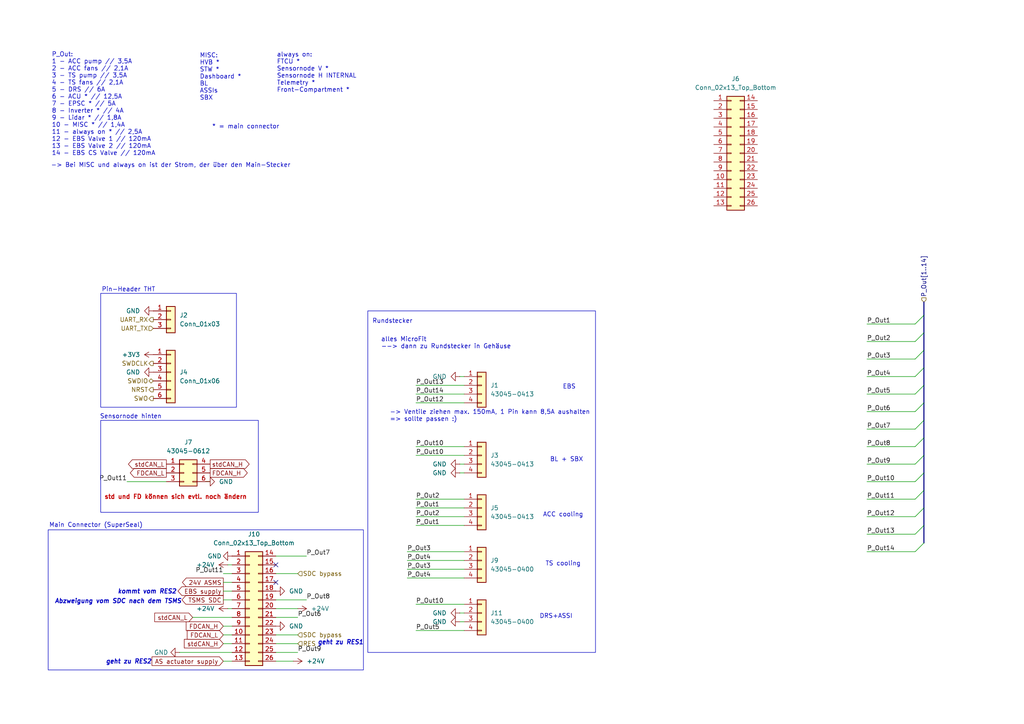
<source format=kicad_sch>
(kicad_sch (version 20250114) (generator "eeschema") (generator_version "9.0")
  (paper "A4")
  (title_block (title "PDU FT26") (date "2025-01-15") (rev "V1.2") (company "Jonas Urban") (comment 1 "FaSTTUBe Electronics"))
  (lib_symbols
    (symbol "Connector_Generic:Conn_01x03" (pin_names (offset 1.016) (hide yes))
      (property "Reference" "J" (at 0 5.08 0))
      (property "Value" "Conn_01x03" (at 0 -5.08 0))
      (symbol "Conn_01x03_1_1"
        (rectangle (start -1.27 3.81) (end 1.27 -3.81) (stroke (width 0.254)) (fill (type background)))
        (rectangle (start -1.27 2.667) (end 0 2.413) (stroke (width 0.1524)))
        (rectangle (start -1.27 0.127) (end 0 -0.127) (stroke (width 0.1524)))
        (rectangle (start -1.27 -2.413) (end 0 -2.667) (stroke (width 0.1524)))
        (pin passive line (at -5.08 2.54 0) (length 3.81) (name "Pin_1") (number "1"))
        (pin passive line (at -5.08 0 0) (length 3.81) (name "Pin_2") (number "2"))
        (pin passive line (at -5.08 -2.54 0) (length 3.81) (name "Pin_3") (number "3"))
      )
    )
    (symbol "Connector_Generic:Conn_01x04" (pin_names (offset 1.016) (hide yes))
      (property "Reference" "J" (at 0 5.08 0))
      (property "Value" "Conn_01x04" (at 0 -7.62 0))
      (symbol "Conn_01x04_1_1"
        (rectangle (start -1.27 3.81) (end 1.27 -6.35) (stroke (width 0.254)) (fill (type background)))
        (rectangle (start -1.27 2.667) (end 0 2.413) (stroke (width 0.1524)))
        (rectangle (start -1.27 0.127) (end 0 -0.127) (stroke (width 0.1524)))
        (rectangle (start -1.27 -2.413) (end 0 -2.667) (stroke (width 0.1524)))
        (rectangle (start -1.27 -4.953) (end 0 -5.207) (stroke (width 0.1524)))
        (pin passive line (at -5.08 2.54 0) (length 3.81) (name "Pin_1") (number "1"))
        (pin passive line (at -5.08 0 0) (length 3.81) (name "Pin_2") (number "2"))
        (pin passive line (at -5.08 -2.54 0) (length 3.81) (name "Pin_3") (number "3"))
        (pin passive line (at -5.08 -5.08 0) (length 3.81) (name "Pin_4") (number "4"))
      )
    )
    (symbol "Connector_Generic:Conn_01x06" (pin_names (offset 1.016) (hide yes))
      (property "Reference" "J" (at 0 7.62 0))
      (property "Value" "Conn_01x06" (at 0 -10.16 0))
      (symbol "Conn_01x06_1_1"
        (rectangle (start -1.27 6.35) (end 1.27 -8.89) (stroke (width 0.254)) (fill (type background)))
        (rectangle (start -1.27 5.207) (end 0 4.953) (stroke (width 0.1524)))
        (rectangle (start -1.27 2.667) (end 0 2.413) (stroke (width 0.1524)))
        (rectangle (start -1.27 0.127) (end 0 -0.127) (stroke (width 0.1524)))
        (rectangle (start -1.27 -2.413) (end 0 -2.667) (stroke (width 0.1524)))
        (rectangle (start -1.27 -4.953) (end 0 -5.207) (stroke (width 0.1524)))
        (rectangle (start -1.27 -7.493) (end 0 -7.747) (stroke (width 0.1524)))
        (pin passive line (at -5.08 5.08 0) (length 3.81) (name "Pin_1") (number "1"))
        (pin passive line (at -5.08 2.54 0) (length 3.81) (name "Pin_2") (number "2"))
        (pin passive line (at -5.08 0 0) (length 3.81) (name "Pin_3") (number "3"))
        (pin passive line (at -5.08 -2.54 0) (length 3.81) (name "Pin_4") (number "4"))
        (pin passive line (at -5.08 -5.08 0) (length 3.81) (name "Pin_5") (number "5"))
        (pin passive line (at -5.08 -7.62 0) (length 3.81) (name "Pin_6") (number "6"))
      )
    )
    (symbol "Connector_Generic:Conn_02x03_Top_Bottom" (pin_names (offset 1.016) (hide yes))
      (property "Reference" "J" (at 1.27 5.08 0))
      (property "Value" "Conn_02x03_Top_Bottom" (at 1.27 -5.08 0))
      (symbol "Conn_02x03_Top_Bottom_1_1"
        (rectangle (start -1.27 3.81) (end 3.81 -3.81) (stroke (width 0.254)) (fill (type background)))
        (rectangle (start -1.27 2.667) (end 0 2.413) (stroke (width 0.1524)))
        (rectangle (start -1.27 0.127) (end 0 -0.127) (stroke (width 0.1524)))
        (rectangle (start -1.27 -2.413) (end 0 -2.667) (stroke (width 0.1524)))
        (rectangle (start 3.81 2.667) (end 2.54 2.413) (stroke (width 0.1524)))
        (rectangle (start 3.81 0.127) (end 2.54 -0.127) (stroke (width 0.1524)))
        (rectangle (start 3.81 -2.413) (end 2.54 -2.667) (stroke (width 0.1524)))
        (pin passive line (at -5.08 2.54 0) (length 3.81) (name "Pin_1") (number "1"))
        (pin passive line (at -5.08 0 0) (length 3.81) (name "Pin_2") (number "2"))
        (pin passive line (at -5.08 -2.54 0) (length 3.81) (name "Pin_3") (number "3"))
        (pin passive line (at 7.62 2.54 180) (length 3.81) (name "Pin_4") (number "4"))
        (pin passive line (at 7.62 0 180) (length 3.81) (name "Pin_5") (number "5"))
        (pin passive line (at 7.62 -2.54 180) (length 3.81) (name "Pin_6") (number "6"))
      )
    )
    (symbol "Connector_Generic:Conn_02x13_Top_Bottom" (pin_names (offset 1.016) (hide yes))
      (property "Reference" "J" (at 1.27 17.78 0))
      (property "Value" "Conn_02x13_Top_Bottom" (at 1.27 -17.78 0))
      (symbol "Conn_02x13_Top_Bottom_1_1"
        (rectangle (start -1.27 16.51) (end 3.81 -16.51) (stroke (width 0.254)) (fill (type background)))
        (rectangle (start -1.27 15.367) (end 0 15.113) (stroke (width 0.1524)))
        (rectangle (start -1.27 12.827) (end 0 12.573) (stroke (width 0.1524)))
        (rectangle (start -1.27 10.287) (end 0 10.033) (stroke (width 0.1524)))
        (rectangle (start -1.27 7.747) (end 0 7.493) (stroke (width 0.1524)))
        (rectangle (start -1.27 5.207) (end 0 4.953) (stroke (width 0.1524)))
        (rectangle (start -1.27 2.667) (end 0 2.413) (stroke (width 0.1524)))
        (rectangle (start -1.27 0.127) (end 0 -0.127) (stroke (width 0.1524)))
        (rectangle (start -1.27 -2.413) (end 0 -2.667) (stroke (width 0.1524)))
        (rectangle (start -1.27 -4.953) (end 0 -5.207) (stroke (width 0.1524)))
        (rectangle (start -1.27 -7.493) (end 0 -7.747) (stroke (width 0.1524)))
        (rectangle (start -1.27 -10.033) (end 0 -10.287) (stroke (width 0.1524)))
        (rectangle (start -1.27 -12.573) (end 0 -12.827) (stroke (width 0.1524)))
        (rectangle (start -1.27 -15.113) (end 0 -15.367) (stroke (width 0.1524)))
        (rectangle (start 3.81 15.367) (end 2.54 15.113) (stroke (width 0.1524)))
        (rectangle (start 3.81 12.827) (end 2.54 12.573) (stroke (width 0.1524)))
        (rectangle (start 3.81 10.287) (end 2.54 10.033) (stroke (width 0.1524)))
        (rectangle (start 3.81 7.747) (end 2.54 7.493) (stroke (width 0.1524)))
        (rectangle (start 3.81 5.207) (end 2.54 4.953) (stroke (width 0.1524)))
        (rectangle (start 3.81 2.667) (end 2.54 2.413) (stroke (width 0.1524)))
        (rectangle (start 3.81 0.127) (end 2.54 -0.127) (stroke (width 0.1524)))
        (rectangle (start 3.81 -2.413) (end 2.54 -2.667) (stroke (width 0.1524)))
        (rectangle (start 3.81 -4.953) (end 2.54 -5.207) (stroke (width 0.1524)))
        (rectangle (start 3.81 -7.493) (end 2.54 -7.747) (stroke (width 0.1524)))
        (rectangle (start 3.81 -10.033) (end 2.54 -10.287) (stroke (width 0.1524)))
        (rectangle (start 3.81 -12.573) (end 2.54 -12.827) (stroke (width 0.1524)))
        (rectangle (start 3.81 -15.113) (end 2.54 -15.367) (stroke (width 0.1524)))
        (pin passive line (at -5.08 15.24 0) (length 3.81) (name "Pin_1") (number "1"))
        (pin passive line (at -5.08 12.7 0) (length 3.81) (name "Pin_2") (number "2"))
        (pin passive line (at -5.08 10.16 0) (length 3.81) (name "Pin_3") (number "3"))
        (pin passive line (at -5.08 7.62 0) (length 3.81) (name "Pin_4") (number "4"))
        (pin passive line (at -5.08 5.08 0) (length 3.81) (name "Pin_5") (number "5"))
        (pin passive line (at -5.08 2.54 0) (length 3.81) (name "Pin_6") (number "6"))
        (pin passive line (at -5.08 0 0) (length 3.81) (name "Pin_7") (number "7"))
        (pin passive line (at -5.08 -2.54 0) (length 3.81) (name "Pin_8") (number "8"))
        (pin passive line (at -5.08 -5.08 0) (length 3.81) (name "Pin_9") (number "9"))
        (pin passive line (at -5.08 -7.62 0) (length 3.81) (name "Pin_10") (number "10"))
        (pin passive line (at -5.08 -10.16 0) (length 3.81) (name "Pin_11") (number "11"))
        (pin passive line (at -5.08 -12.7 0) (length 3.81) (name "Pin_12") (number "12"))
        (pin passive line (at -5.08 -15.24 0) (length 3.81) (name "Pin_13") (number "13"))
        (pin passive line (at 7.62 15.24 180) (length 3.81) (name "Pin_14") (number "14"))
        (pin passive line (at 7.62 12.7 180) (length 3.81) (name "Pin_15") (number "15"))
        (pin passive line (at 7.62 10.16 180) (length 3.81) (name "Pin_16") (number "16"))
        (pin passive line (at 7.62 7.62 180) (length 3.81) (name "Pin_17") (number "17"))
        (pin passive line (at 7.62 5.08 180) (length 3.81) (name "Pin_18") (number "18"))
        (pin passive line (at 7.62 2.54 180) (length 3.81) (name "Pin_19") (number "19"))
        (pin passive line (at 7.62 0 180) (length 3.81) (name "Pin_20") (number "20"))
        (pin passive line (at 7.62 -2.54 180) (length 3.81) (name "Pin_21") (number "21"))
        (pin passive line (at 7.62 -5.08 180) (length 3.81) (name "Pin_22") (number "22"))
        (pin passive line (at 7.62 -7.62 180) (length 3.81) (name "Pin_23") (number "23"))
        (pin passive line (at 7.62 -10.16 180) (length 3.81) (name "Pin_24") (number "24"))
        (pin passive line (at 7.62 -12.7 180) (length 3.81) (name "Pin_25") (number "25"))
        (pin passive line (at 7.62 -15.24 180) (length 3.81) (name "Pin_26") (number "26"))
      )
    )
    (symbol "power:+24V" (power) (pin_numbers (hide yes)) (pin_names (offset 0) (hide yes))
      (property "Value" "+24V" (at 0 3.556 0))
      (symbol "+24V_0_1"
        (polyline (pts (xy -0.762 1.27) (xy 0 2.54)))
        (polyline (pts (xy 0 2.54) (xy 0.762 1.27)))
        (polyline (pts (xy 0 0) (xy 0 2.54)))
      )
      (symbol "+24V_1_1"
        (pin power_in line (at 0 0 90) (length 0) (name "~") (number "1"))
      )
    )
    (symbol "power:+3.3V" (power) (pin_numbers (hide yes)) (pin_names (offset 0) (hide yes))
      (property "Value" "+3.3V" (at 0 3.556 0))
      (symbol "+3.3V_0_1"
        (polyline (pts (xy -0.762 1.27) (xy 0 2.54)))
        (polyline (pts (xy 0 2.54) (xy 0.762 1.27)))
        (polyline (pts (xy 0 0) (xy 0 2.54)))
      )
      (symbol "+3.3V_1_1"
        (pin power_in line (at 0 0 90) (length 0) (name "~") (number "1"))
      )
    )
    (symbol "power:GND" (power) (pin_numbers (hide yes)) (pin_names (offset 0) (hide yes))
      (property "Value" "GND" (at 0 -3.81 0))
      (symbol "GND_0_1"
        (polyline (pts (xy 0 0) (xy 0 -1.27) (xy 1.27 -1.27) (xy 0 -2.54) (xy -1.27 -1.27) (xy 0 -1.27)))
      )
      (symbol "GND_1_1"
        (pin power_in line (at 0 0 270) (length 0) (name "~") (number "1"))
      )
    )
  )
  (rectangle (start 29.21 85.09) (end 68.58 118.11))
  (rectangle (start 106.68 90.17) (end 172.72 189.23))
  (rectangle (start 13.97 153.67) (end 105.41 194.31))
  (rectangle (start 29.21 121.92) (end 74.93 148.59))
  (text "* = main connector" (at 61.468 36.83 0) (effects (font (size 1.27 1.27)) (justify left)))
  (text "DRS+ASSI" (at 161.29 178.816 0) (effects (font (size 1.27 1.27))))
  (text "Pin-Header THT" (at 29.464 84.074 0) (effects (font (size 1.27 1.27)) (justify left)))
  (text "kommt vom RES2" (at 42.672 171.704 0) (effects (font (size 1.27 1.27) (thickness 0.254) (bold yes) (italic yes))))
  (text "Abzweigung vom SDC nach dem TSMS" (at 34.29 174.498 0) (effects (font (size 1.27 1.27) (thickness 0.254) (bold yes) (italic yes))))
  (text "alles MicroFit\n--> dann zu Rundstecker in Gehäuse" (at 110.49 99.568 0) (effects (font (size 1.27 1.27) (thickness 0.1588)) (justify left)))
  (text "Sensornode hinten" (at 28.956 120.904 0) (effects (font (size 1.27 1.27)) (justify left)))
  (text "Rundstecker" (at 107.95 93.218 0) (effects (font (size 1.27 1.27)) (justify left)))
  (text "Main Connector (SuperSeal)" (at 14.224 152.4 0) (effects (font (size 1.27 1.27)) (justify left)))
  (text "-> Ventile ziehen max. 150mA, 1 Pin kann 8,5A aushalten \n=> sollte passen :)" (at 113.03 120.65 0) (effects (font (size 1.27 1.27)) (justify left)))
  (text "EBS" (at 165.1 112.268 0) (effects (font (size 1.27 1.27))))
  (text "MISC:\nHVB *\nSTW *\nDashboard *\nBL\nASSIs\nSBX" (at 57.912 22.352 0) (effects (font (size 1.27 1.27)) (justify left)))
  (text "-> Bei MISC und always on ist der Strom, der über den Main-Stecker" (at 49.53 48.006 0) (effects (font (size 1.27 1.27))))
  (text "TS cooling" (at 163.322 163.576 0) (effects (font (size 1.27 1.27))))
  (text "std und FD können sich evtl. noch ändern" (at 30.226 144.272 0) (effects (font (size 1.27 1.27) (thickness 0.254) (bold yes)) (justify left)))
  (text "geht zu RES2" (at 37.338 192.024 0) (effects (font (size 1.27 1.27) (thickness 0.254) (bold yes) (italic yes))))
  (text "P_Out:\n1 - ACC pump // 3,5A\n2 - ACC fans // 2,1A\n3 - TS pump // 3,5A\n4 - TS fans // 2,1A\n5 - DRS // 6A\n6 - ACU * // 12,5A\n7 - EPSC * // 5A\n8 - Inverter * // 4A\n9 - Lidar * // 1,8A\n10 - MISC * // 1,4A\n11 - always on * // 2,5A\n12 - EBS Valve 1 // 120mA\n13 - EBS Valve 2 // 120mA\n14 - EBS CS Valve // 120mA" (at 14.986 30.226 0) (effects (font (size 1.27 1.27)) (justify left)))
  (text "BL + SBX" (at 164.338 133.35 0) (effects (font (size 1.27 1.27))))
  (text "geht zu RES1" (at 98.806 186.436 0) (effects (font (size 1.27 1.27) (thickness 0.254) (bold yes) (italic yes))))
  (text "ACC cooling" (at 163.322 149.352 0) (effects (font (size 1.27 1.27))))
  (text "always on:\nFTCU *\nSensornode V *\nSensornode H INTERNAL\nTelemetry * \nFront-Compartment *" (at 80.264 21.082 0) (effects (font (size 1.27 1.27)) (justify left)))
  (no_connect (at 80.01 163.83))
  (no_connect (at 80.01 168.91))
  (bus_entry (at 265.43 109.22) (size 2.54 -2.54))
  (bus_entry (at 265.43 99.06) (size 2.54 -2.54))
  (bus_entry (at 265.43 160.02) (size 2.54 -2.54))
  (bus_entry (at 265.43 129.54) (size 2.54 -2.54))
  (bus_entry (at 265.43 134.62) (size 2.54 -2.54))
  (bus_entry (at 265.43 119.38) (size 2.54 -2.54))
  (bus_entry (at 265.43 93.98) (size 2.54 -2.54))
  (bus_entry (at 265.43 114.3) (size 2.54 -2.54))
  (bus_entry (at 265.43 139.7) (size 2.54 -2.54))
  (bus_entry (at 265.43 149.86) (size 2.54 -2.54))
  (bus_entry (at 265.43 104.14) (size 2.54 -2.54))
  (bus_entry (at 265.43 144.78) (size 2.54 -2.54))
  (bus_entry (at 265.43 154.94) (size 2.54 -2.54))
  (bus_entry (at 265.43 124.46) (size 2.54 -2.54))
  (wire (pts (xy 251.46 149.86) (xy 265.43 149.86)))
  (wire (pts (xy 120.65 144.78) (xy 134.62 144.78)))
  (bus (pts (xy 267.97 142.24) (xy 267.97 147.32)))
  (bus (pts (xy 267.97 121.92) (xy 267.97 127)))
  (wire (pts (xy 120.65 111.76) (xy 134.62 111.76)))
  (wire (pts (xy 251.46 154.94) (xy 265.43 154.94)))
  (wire (pts (xy 85.09 191.77) (xy 80.01 191.77)))
  (wire (pts (xy 64.77 173.99) (xy 67.31 173.99)))
  (wire (pts (xy 120.65 114.3) (xy 134.62 114.3)))
  (bus (pts (xy 267.97 127) (xy 267.97 132.08)))
  (wire (pts (xy 118.11 167.64) (xy 134.62 167.64)))
  (wire (pts (xy 251.46 134.62) (xy 265.43 134.62)))
  (wire (pts (xy 55.88 179.07) (xy 67.31 179.07)))
  (wire (pts (xy 67.31 191.77) (xy 64.77 191.77)))
  (wire (pts (xy 251.46 160.02) (xy 265.43 160.02)))
  (bus (pts (xy 267.97 147.32) (xy 267.97 152.4)))
  (wire (pts (xy 67.31 166.37) (xy 64.77 166.37)))
  (wire (pts (xy 118.11 165.1) (xy 134.62 165.1)))
  (wire (pts (xy 251.46 129.54) (xy 265.43 129.54)))
  (wire (pts (xy 52.07 189.23) (xy 67.31 189.23)))
  (bus (pts (xy 267.97 116.84) (xy 267.97 121.92)))
  (wire (pts (xy 251.46 139.7) (xy 265.43 139.7)))
  (wire (pts (xy 251.46 119.38) (xy 265.43 119.38)))
  (wire (pts (xy 251.46 114.3) (xy 265.43 114.3)))
  (wire (pts (xy 86.36 176.53) (xy 80.01 176.53)))
  (bus (pts (xy 267.97 101.6) (xy 267.97 106.68)))
  (wire (pts (xy 251.46 99.06) (xy 265.43 99.06)))
  (wire (pts (xy 251.46 124.46) (xy 265.43 124.46)))
  (bus (pts (xy 267.97 137.16) (xy 267.97 142.24)))
  (bus (pts (xy 267.97 111.76) (xy 267.97 116.84)))
  (wire (pts (xy 133.35 134.62) (xy 134.62 134.62)))
  (wire (pts (xy 80.01 184.15) (xy 86.36 184.15)))
  (wire (pts (xy 120.65 147.32) (xy 134.62 147.32)))
  (wire (pts (xy 251.46 109.22) (xy 265.43 109.22)))
  (wire (pts (xy 120.65 149.86) (xy 134.62 149.86)))
  (wire (pts (xy 120.65 175.26) (xy 134.62 175.26)))
  (wire (pts (xy 66.04 176.53) (xy 67.31 176.53)))
  (wire (pts (xy 64.77 171.45) (xy 67.31 171.45)))
  (wire (pts (xy 118.11 162.56) (xy 134.62 162.56)))
  (bus (pts (xy 267.97 87.63) (xy 267.97 91.44)))
  (bus (pts (xy 267.97 152.4) (xy 267.97 157.48)))
  (bus (pts (xy 267.97 91.44) (xy 267.97 96.52)))
  (wire (pts (xy 251.46 104.14) (xy 265.43 104.14)))
  (wire (pts (xy 133.35 177.8) (xy 134.62 177.8)))
  (wire (pts (xy 134.62 132.08) (xy 120.65 132.08)))
  (wire (pts (xy 80.01 161.29) (xy 88.9 161.29)))
  (bus (pts (xy 267.97 96.52) (xy 267.97 101.6)))
  (wire (pts (xy 133.35 180.34) (xy 134.62 180.34)))
  (wire (pts (xy 120.65 152.4) (xy 134.62 152.4)))
  (wire (pts (xy 36.83 139.7) (xy 48.26 139.7)))
  (wire (pts (xy 64.77 168.91) (xy 67.31 168.91)))
  (wire (pts (xy 64.77 186.69) (xy 67.31 186.69)))
  (wire (pts (xy 80.01 179.07) (xy 86.36 179.07)))
  (bus (pts (xy 267.97 106.68) (xy 267.97 111.76)))
  (wire (pts (xy 251.46 144.78) (xy 265.43 144.78)))
  (wire (pts (xy 66.04 163.83) (xy 67.31 163.83)))
  (wire (pts (xy 80.01 189.23) (xy 86.36 189.23)))
  (wire (pts (xy 64.77 184.15) (xy 67.31 184.15)))
  (wire (pts (xy 80.01 166.37) (xy 86.36 166.37)))
  (wire (pts (xy 120.65 129.54) (xy 134.62 129.54)))
  (bus (pts (xy 267.97 132.08) (xy 267.97 137.16)))
  (wire (pts (xy 120.65 182.88) (xy 134.62 182.88)))
  (wire (pts (xy 80.01 173.99) (xy 88.9 173.99)))
  (wire (pts (xy 133.35 109.22) (xy 134.62 109.22)))
  (wire (pts (xy 133.35 137.16) (xy 134.62 137.16)))
  (wire (pts (xy 251.46 93.98) (xy 265.43 93.98)))
  (wire (pts (xy 80.01 186.69) (xy 86.36 186.69)))
  (wire (pts (xy 120.65 116.84) (xy 134.62 116.84)))
  (wire (pts (xy 118.11 160.02) (xy 134.62 160.02)))
  (wire (pts (xy 64.77 181.61) (xy 67.31 181.61)))
  (wire (pts (xy 59.69 139.7) (xy 60.96 139.7)))
  (label "P_Out10" (at 251.46 139.7 0))
  (label "P_Out7" (at 88.9 161.29 0))
  (label "P_Out3" (at 251.46 104.14 0))
  (label "P_Out1" (at 251.46 93.98 0))
  (label "P_Out8" (at 251.46 129.54 0))
  (label "P_Out13" (at 251.46 154.94 0))
  (label "P_Out5" (at 120.65 182.88 0))
  (label "P_Out1" (at 120.65 147.32 0))
  (label "P_Out9" (at 251.46 134.62 0))
  (label "P_Out10" (at 120.65 129.54 0))
  (label "P_Out11" (at 251.46 144.78 0))
  (label "P_Out5" (at 251.46 114.3 0))
  (label "P_Out3" (at 118.11 165.1 0))
  (label "P_Out9" (at 86.36 189.23 0))
  (label "P_Out1" (at 120.65 152.4 0))
  (label "P_Out12" (at 251.46 149.86 0))
  (label "P_Out2" (at 251.46 99.06 0))
  (label "P_Out12" (at 120.65 116.84 0))
  (label "P_Out11" (at 36.83 139.7 180))
  (label "P_Out8" (at 88.9 173.99 0))
  (label "P_Out11" (at 64.77 166.37 180))
  (label "P_Out4" (at 118.11 162.56 0))
  (label "P_Out14" (at 120.65 114.3 0))
  (label "P_Out4" (at 118.11 167.64 0))
  (label "P_Out6" (at 86.36 179.07 0))
  (label "P_Out7" (at 251.46 124.46 0))
  (label "P_Out2" (at 120.65 144.78 0))
  (label "P_Out10" (at 120.65 132.08 0))
  (label "P_Out10" (at 120.65 175.26 0))
  (label "P_Out3" (at 118.11 160.02 0))
  (label "P_Out2" (at 120.65 149.86 0))
  (label "P_Out13" (at 120.65 111.76 0))
  (label "P_Out14" (at 251.46 160.02 0))
  (label "P_Out4" (at 251.46 109.22 0))
  (label "P_Out6" (at 251.46 119.38 0))
  (global_label "TSMS SDC" (shape output) (at 64.77 173.99 180) (property "Intersheetrefs" "${INTERSHEET_REFS}" (effects (hide yes))))
  (global_label "stdCAN_H" (shape output) (at 60.96 134.62 0) (property "Intersheetrefs" "${INTERSHEET_REFS}" (effects (hide yes))))
  (global_label "FDCAN_H" (shape output) (at 60.96 137.16 0) (property "Intersheetrefs" "${INTERSHEET_REFS}" (effects (hide yes))))
  (global_label "stdCAN_L" (shape input) (at 55.88 179.07 180) (property "Intersheetrefs" "${INTERSHEET_REFS}" (effects (hide yes))))
  (global_label "FDCAN_L" (shape output) (at 48.26 137.16 180) (property "Intersheetrefs" "${INTERSHEET_REFS}" (effects (hide yes))))
  (global_label "FDCAN_L" (shape input) (at 64.77 184.15 180) (property "Intersheetrefs" "${INTERSHEET_REFS}" (effects (hide yes))))
  (global_label "stdCAN_H" (shape input) (at 64.77 186.69 180) (property "Intersheetrefs" "${INTERSHEET_REFS}" (effects (hide yes))))
  (global_label "EBS supply" (shape output) (at 64.77 171.45 180) (property "Intersheetrefs" "${INTERSHEET_REFS}" (effects (hide yes))))
  (global_label "24V ASMS" (shape output) (at 64.77 168.91 180) (property "Intersheetrefs" "${INTERSHEET_REFS}" (effects (hide yes))))
  (global_label "stdCAN_L" (shape output) (at 48.26 134.62 180) (property "Intersheetrefs" "${INTERSHEET_REFS}" (effects (hide yes))))
  (global_label "FDCAN_H" (shape input) (at 64.77 181.61 180) (property "Intersheetrefs" "${INTERSHEET_REFS}" (effects (hide yes))))
  (global_label "AS actuator supply" (shape input) (at 64.77 191.77 180) (property "Intersheetrefs" "${INTERSHEET_REFS}" (effects (hide yes))))
  (hierarchical_label "P_Out[1..14]" (shape input) (at 267.97 87.63 90) (effects (font (thickness 0.1588))))
  (hierarchical_label "SWDIO" (shape bidirectional) (at 44.45 110.49 180) (effects (font (thickness 0.1588))))
  (hierarchical_label "SWO" (shape output) (at 44.45 115.57 180))
  (hierarchical_label "RES" (shape input) (at 86.36 186.69 0))
  (hierarchical_label "UART_TX" (shape input) (at 44.45 95.25 180))
  (hierarchical_label "SDC bypass" (shape input) (at 86.36 166.37 0))
  (hierarchical_label "NRST" (shape output) (at 44.45 113.03 180) (effects (font (thickness 0.1588))))
  (hierarchical_label "SWDCLK" (shape output) (at 44.45 105.41 180))
  (hierarchical_label "UART_RX" (shape output) (at 44.45 92.71 180))
  (hierarchical_label "SDC bypass" (shape input) (at 86.36 184.15 0))
  (symbol (lib_id "Connector_Generic:Conn_01x04") (at 139.7 111.76 0) (unit 1)
    (property "Reference" "J1" (at 142.24 111.7599 0) (effects (justify left)))
    (property "Value" "43045-0413" (at 142.24 114.2999 0) (effects (justify left)))
    (property "Footprint" "Connector_Molex:Molex_Micro-Fit_3.0_43045-0412_2x02_P3.00mm_Vertical" (effects (hide yes)))
    (property "Description" "Generic connector, single row, 01x04, script generated (kicad-library-utils/schlib/autogen/connector/)" (effects (hide yes)))
  )
  (symbol (lib_id "power:GND") (at 133.35 177.8 270) (mirror x) (unit 1)
    (property "Reference" "#PWR0215" (effects (hide yes)))
    (property "Value" "GND" (at 129.54 177.7999 90) (effects (justify right)))
    (property "Description" "Power symbol creates a global label with name \"GND\" , ground" (effects (hide yes)))
  )
  (symbol (lib_id "power:+3.3V") (at 44.45 102.87 90) (unit 1)
    (property "Reference" "#PWR035" (effects (hide yes)))
    (property "Value" "+3V3" (at 40.64 102.8699 90) (effects (justify left)))
    (property "Description" "Power symbol creates a global label with name \"+3.3V\"" (effects (hide yes)))
  )
  (symbol (lib_id "power:GND") (at 133.35 180.34 270) (unit 1)
    (property "Reference" "#PWR0214" (effects (hide yes)))
    (property "Value" "GND" (at 129.54 180.3401 90) (effects (justify right)))
    (property "Description" "Power symbol creates a global label with name \"GND\" , ground" (effects (hide yes)))
  )
  (symbol (lib_id "power:GND") (at 133.35 134.62 270) (mirror x) (unit 1)
    (property "Reference" "#PWR0221" (effects (hide yes)))
    (property "Value" "GND" (at 129.54 134.6199 90) (effects (justify right)))
    (property "Description" "Power symbol creates a global label with name \"GND\" , ground" (effects (hide yes)))
  )
  (symbol (lib_id "power:+24V") (at 66.04 176.53 90) (mirror x) (unit 1)
    (property "Reference" "#PWR0196" (effects (hide yes)))
    (property "Value" "+24V" (at 62.23 176.5301 90) (effects (justify left)))
    (property "Description" "Power symbol creates a global label with name \"+24V\"" (effects (hide yes)))
  )
  (symbol (lib_id "power:GND") (at 52.07 189.23 270) (unit 1)
    (property "Reference" "#PWR045" (effects (hide yes)))
    (property "Value" "GND" (at 46.736 189.23 90))
    (property "Description" "Power symbol creates a global label with name \"GND\" , ground" (effects (hide yes)))
  )
  (symbol (lib_id "power:GND") (at 44.45 90.17 270) (unit 1)
    (property "Reference" "#PWR034" (effects (hide yes)))
    (property "Value" "GND" (at 40.64 90.1699 90) (effects (justify right)))
    (property "Description" "Power symbol creates a global label with name \"GND\" , ground" (effects (hide yes)))
  )
  (symbol (lib_id "Connector_Generic:Conn_01x04") (at 139.7 132.08 0) (unit 1)
    (property "Reference" "J3" (at 142.24 132.0799 0) (effects (justify left)))
    (property "Value" "43045-0413" (at 142.24 134.6199 0) (effects (justify left)))
    (property "Footprint" "Connector_Molex:Molex_Micro-Fit_3.0_43045-0412_2x02_P3.00mm_Vertical" (effects (hide yes)))
    (property "Description" "Generic connector, single row, 01x04, script generated (kicad-library-utils/schlib/autogen/connector/)" (effects (hide yes)))
  )
  (symbol (lib_id "power:GND") (at 80.01 171.45 90) (unit 1)
    (property "Reference" "#PWR0213" (effects (hide yes)))
    (property "Value" "GND" (at 83.82 171.4499 90) (effects (justify right)))
    (property "Description" "Power symbol creates a global label with name \"GND\" , ground" (effects (hide yes)))
  )
  (symbol (lib_id "power:GND") (at 80.01 181.61 90) (mirror x) (unit 1)
    (property "Reference" "#PWR0195" (effects (hide yes)))
    (property "Value" "GND" (at 83.82 181.6099 90) (effects (justify right)))
    (property "Description" "Power symbol creates a global label with name \"GND\" , ground" (effects (hide yes)))
  )
  (symbol (lib_id "Connector_Generic:Conn_01x06") (at 49.53 107.95 0) (unit 1)
    (property "Reference" "J4" (at 52.07 107.9499 0) (effects (justify left)))
    (property "Value" "Conn_01x06" (at 52.07 110.4899 0) (effects (justify left)))
    (property "Footprint" "Connector_PinHeader_2.54mm:PinHeader_1x06_P2.54mm_Vertical" (effects (hide yes)))
    (property "Description" "Generic connector, single row, 01x06, script generated (kicad-library-utils/schlib/autogen/connector/)" (effects (hide yes)))
  )
  (symbol (lib_id "power:+24V") (at 85.09 191.77 270) (unit 1)
    (property "Reference" "#PWR044" (effects (hide yes)))
    (property "Value" "+24V" (at 88.9 191.7701 90) (effects (justify left)))
    (property "Description" "Power symbol creates a global label with name \"+24V\"" (effects (hide yes)))
  )
  (symbol (lib_id "Connector_Generic:Conn_01x04") (at 139.7 177.8 0) (unit 1)
    (property "Reference" "J11" (at 142.24 177.7999 0) (effects (justify left)))
    (property "Value" "43045-0400" (at 142.24 180.3399 0) (effects (justify left)))
    (property "Footprint" "43045-0400:43045-04_00,01,02,10_" (effects (hide yes)))
    (property "Description" "Generic connector, single row, 01x04, script generated (kicad-library-utils/schlib/autogen/connector/)" (effects (hide yes)))
  )
  (symbol (lib_id "power:+24V") (at 66.04 163.83 90) (unit 1)
    (property "Reference" "#PWR0156" (effects (hide yes)))
    (property "Value" "+24V" (at 62.23 163.8299 90) (effects (justify left)))
    (property "Description" "Power symbol creates a global label with name \"+24V\"" (effects (hide yes)))
  )
  (symbol (lib_id "Connector_Generic:Conn_02x13_Top_Bottom") (at 72.39 176.53 0) (unit 1)
    (property "Reference" "J10" (at 73.66 154.94 0))
    (property "Value" "Conn_02x13_Top_Bottom" (at 73.66 157.48 0))
    (property "Footprint" "6437288-4:64372884" (effects (hide yes)))
    (property "Description" "Generic connector, double row, 02x13, top/bottom pin numbering scheme (row 1: 1...pins_per_row, row2: pins_per_row+1 ... num_pins), script generated (kicad-library-utils/schlib/autogen/connector/)" (effects (hide yes)))
  )
  (symbol (lib_id "power:GND") (at 67.31 161.29 270) (unit 1)
    (property "Reference" "#PWR0205" (effects (hide yes)))
    (property "Value" "GND" (at 62.23 161.29 90))
    (property "Description" "Power symbol creates a global label with name \"GND\" , ground" (effects (hide yes)))
  )
  (symbol (lib_id "Connector_Generic:Conn_01x04") (at 139.7 162.56 0) (unit 1)
    (property "Reference" "J9" (at 142.24 162.5599 0) (effects (justify left)))
    (property "Value" "43045-0400" (at 142.24 165.0999 0) (effects (justify left)))
    (property "Footprint" "43045-0400:43045-04_00,01,02,10_" (effects (hide yes)))
    (property "Description" "Generic connector, single row, 01x04, script generated (kicad-library-utils/schlib/autogen/connector/)" (effects (hide yes)))
  )
  (symbol (lib_id "Connector_Generic:Conn_01x04") (at 139.7 147.32 0) (unit 1)
    (property "Reference" "J5" (at 142.24 147.3199 0) (effects (justify left)))
    (property "Value" "43045-0413" (at 142.24 149.8599 0) (effects (justify left)))
    (property "Footprint" "Connector_Molex:Molex_Micro-Fit_3.0_43045-0412_2x02_P3.00mm_Vertical" (effects (hide yes)))
    (property "Description" "Generic connector, single row, 01x04, script generated (kicad-library-utils/schlib/autogen/connector/)" (effects (hide yes)))
  )
  (symbol (lib_id "power:+24V") (at 86.36 176.53 270) (unit 1)
    (property "Reference" "#PWR0206" (effects (hide yes)))
    (property "Value" "+24V" (at 90.17 176.5301 90) (effects (justify left)))
    (property "Description" "Power symbol creates a global label with name \"+24V\"" (effects (hide yes)))
  )
  (symbol (lib_id "Connector_Generic:Conn_02x03_Top_Bottom") (at 53.34 137.16 0) (unit 1)
    (property "Reference" "J7" (at 54.61 128.27 0))
    (property "Value" "43045-0612" (at 54.61 130.81 0))
    (property "Footprint" "Connector_Molex:Molex_Micro-Fit_3.0_43045-0612_2x03_P3.00mm_Vertical" (effects (hide yes)))
    (property "Description" "Generic connector, double row, 02x03, top/bottom pin numbering scheme (row 1: 1...pins_per_row, row2: pins_per_row+1 ... num_pins), script generated (kicad-library-utils/schlib/autogen/connector/)" (effects (hide yes)))
  )
  (symbol (lib_id "power:GND") (at 133.35 137.16 270) (mirror x) (unit 1)
    (property "Reference" "#PWR0220" (effects (hide yes)))
    (property "Value" "GND" (at 129.54 137.1599 90) (effects (justify right)))
    (property "Description" "Power symbol creates a global label with name \"GND\" , ground" (effects (hide yes)))
  )
  (symbol (lib_id "Connector_Generic:Conn_02x13_Top_Bottom") (at 212.09 44.45 0) (unit 1)
    (property "Reference" "J6" (at 213.36 22.86 0))
    (property "Value" "Conn_02x13_Top_Bottom" (at 213.36 25.4 0))
    (property "Footprint" "6437288-4:64372884" (effects (hide yes)))
    (property "Description" "Generic connector, double row, 02x13, top/bottom pin numbering scheme (row 1: 1...pins_per_row, row2: pins_per_row+1 ... num_pins), script generated (kicad-library-utils/schlib/autogen/connector/)" (effects (hide yes)))
  )
  (symbol (lib_id "power:GND") (at 59.69 139.7 90) (unit 1)
    (property "Reference" "#PWR040" (effects (hide yes)))
    (property "Value" "GND" (at 63.5 139.6999 90) (effects (justify right)))
    (property "Description" "Power symbol creates a global label with name \"GND\" , ground" (effects (hide yes)))
  )
  (symbol (lib_id "Connector_Generic:Conn_01x03") (at 49.53 92.71 0) (unit 1)
    (property "Reference" "J2" (at 52.07 91.4399 0) (effects (justify left)))
    (property "Value" "Conn_01x03" (at 52.07 93.9799 0) (effects (justify left)))
    (property "Footprint" "Connector_PinHeader_2.54mm:PinHeader_1x03_P2.54mm_Vertical" (effects (hide yes)))
    (property "Description" "Generic connector, single row, 01x03, script generated (kicad-library-utils/schlib/autogen/connector/)" (effects (hide yes)))
  )
  (symbol (lib_id "power:GND") (at 44.45 107.95 270) (unit 1)
    (property "Reference" "#PWR037" (effects (hide yes)))
    (property "Value" "GND" (at 40.64 107.9499 90) (effects (justify right)))
    (property "Description" "Power symbol creates a global label with name \"GND\" , ground" (effects (hide yes)))
  )
  (symbol (lib_id "power:GND") (at 133.35 109.22 270) (mirror x) (unit 1)
    (property "Reference" "#PWR0222" (effects (hide yes)))
    (property "Value" "GND" (at 129.54 109.2199 90) (effects (justify right)))
    (property "Description" "Power symbol creates a global label with name \"GND\" , ground" (effects (hide yes)))
  )
)
</source>
